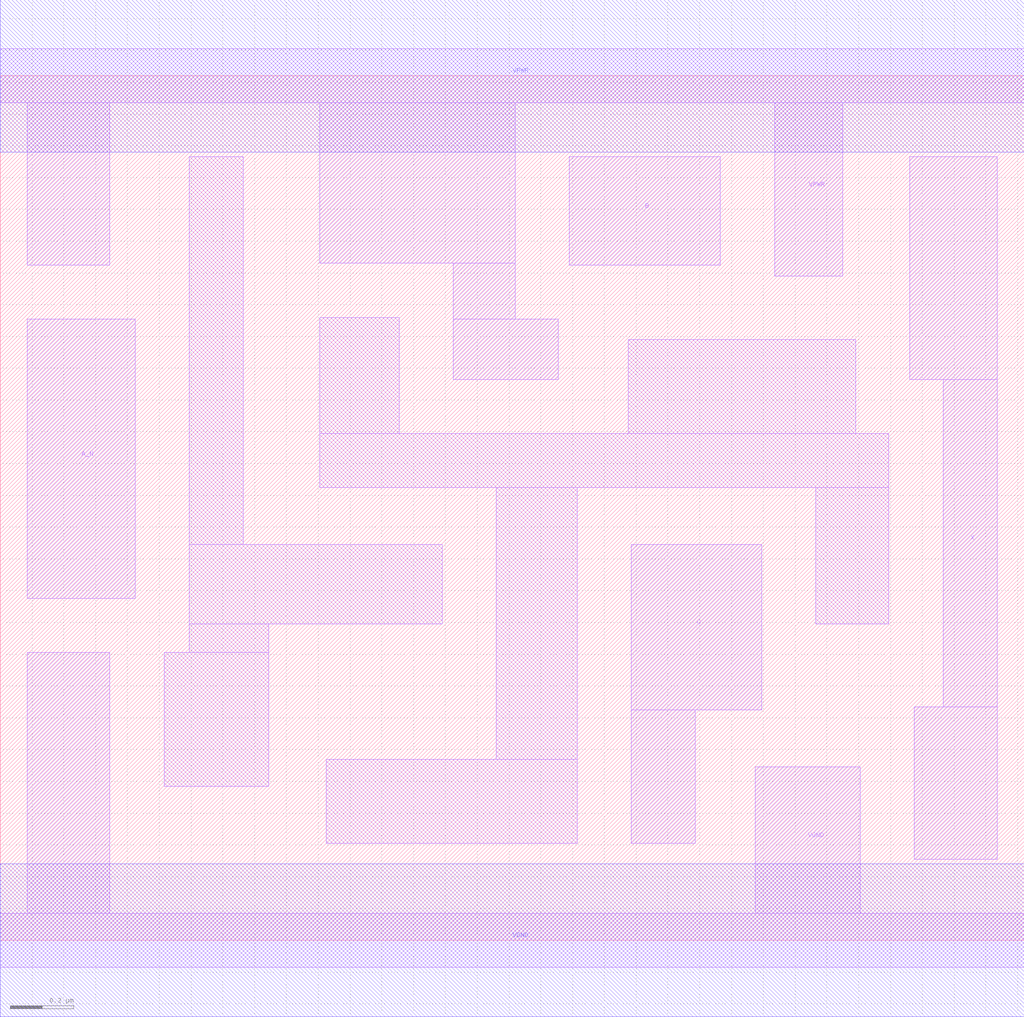
<source format=lef>
# Copyright 2020 The SkyWater PDK Authors
#
# Licensed under the Apache License, Version 2.0 (the "License");
# you may not use this file except in compliance with the License.
# You may obtain a copy of the License at
#
#     https://www.apache.org/licenses/LICENSE-2.0
#
# Unless required by applicable law or agreed to in writing, software
# distributed under the License is distributed on an "AS IS" BASIS,
# WITHOUT WARRANTIES OR CONDITIONS OF ANY KIND, either express or implied.
# See the License for the specific language governing permissions and
# limitations under the License.
#
# SPDX-License-Identifier: Apache-2.0

VERSION 5.5 ;
NAMESCASESENSITIVE ON ;
BUSBITCHARS "[]" ;
DIVIDERCHAR "/" ;
MACRO sky130_fd_sc_hd__and3b_1
  CLASS CORE ;
  SOURCE USER ;
  ORIGIN  0.000000  0.000000 ;
  SIZE  3.220000 BY  2.720000 ;
  SYMMETRY X Y R90 ;
  SITE unithd ;
  PIN A_N
    ANTENNAGATEAREA  0.126000 ;
    DIRECTION INPUT ;
    USE SIGNAL ;
    PORT
      LAYER li1 ;
        RECT 0.085000 1.075000 0.425000 1.955000 ;
    END
  END A_N
  PIN B
    ANTENNAGATEAREA  0.126000 ;
    DIRECTION INPUT ;
    USE SIGNAL ;
    PORT
      LAYER li1 ;
        RECT 1.790000 2.125000 2.265000 2.465000 ;
    END
  END B
  PIN C
    ANTENNAGATEAREA  0.126000 ;
    DIRECTION INPUT ;
    USE SIGNAL ;
    PORT
      LAYER li1 ;
        RECT 1.985000 0.305000 2.185000 0.725000 ;
        RECT 1.985000 0.725000 2.395000 1.245000 ;
    END
  END C
  PIN X
    ANTENNADIFFAREA  0.429000 ;
    DIRECTION OUTPUT ;
    USE SIGNAL ;
    PORT
      LAYER li1 ;
        RECT 2.860000 1.765000 3.135000 2.465000 ;
        RECT 2.875000 0.255000 3.135000 0.735000 ;
        RECT 2.965000 0.735000 3.135000 1.765000 ;
    END
  END X
  PIN VGND
    DIRECTION INOUT ;
    SHAPE ABUTMENT ;
    USE GROUND ;
    PORT
      LAYER li1 ;
        RECT 0.000000 -0.085000 3.220000 0.085000 ;
        RECT 0.085000  0.085000 0.345000 0.905000 ;
        RECT 2.375000  0.085000 2.705000 0.545000 ;
    END
    PORT
      LAYER met1 ;
        RECT 0.000000 -0.240000 3.220000 0.240000 ;
    END
  END VGND
  PIN VPWR
    DIRECTION INOUT ;
    SHAPE ABUTMENT ;
    USE POWER ;
    PORT
      LAYER li1 ;
        RECT 0.000000 2.635000 3.220000 2.805000 ;
        RECT 0.085000 2.125000 0.345000 2.635000 ;
        RECT 1.005000 2.130000 1.620000 2.635000 ;
        RECT 1.425000 1.765000 1.755000 1.955000 ;
        RECT 1.425000 1.955000 1.620000 2.130000 ;
        RECT 2.435000 2.090000 2.650000 2.635000 ;
    END
    PORT
      LAYER met1 ;
        RECT 0.000000 2.480000 3.220000 2.960000 ;
    END
  END VPWR
  OBS
    LAYER li1 ;
      RECT 0.515000 0.485000 0.845000 0.905000 ;
      RECT 0.595000 0.905000 0.845000 0.995000 ;
      RECT 0.595000 0.995000 1.390000 1.245000 ;
      RECT 0.595000 1.245000 0.765000 2.465000 ;
      RECT 1.005000 1.425000 2.795000 1.595000 ;
      RECT 1.005000 1.595000 1.255000 1.960000 ;
      RECT 1.025000 0.305000 1.815000 0.570000 ;
      RECT 1.560000 0.570000 1.815000 1.425000 ;
      RECT 1.975000 1.595000 2.690000 1.890000 ;
      RECT 2.565000 0.995000 2.795000 1.425000 ;
  END
END sky130_fd_sc_hd__and3b_1

</source>
